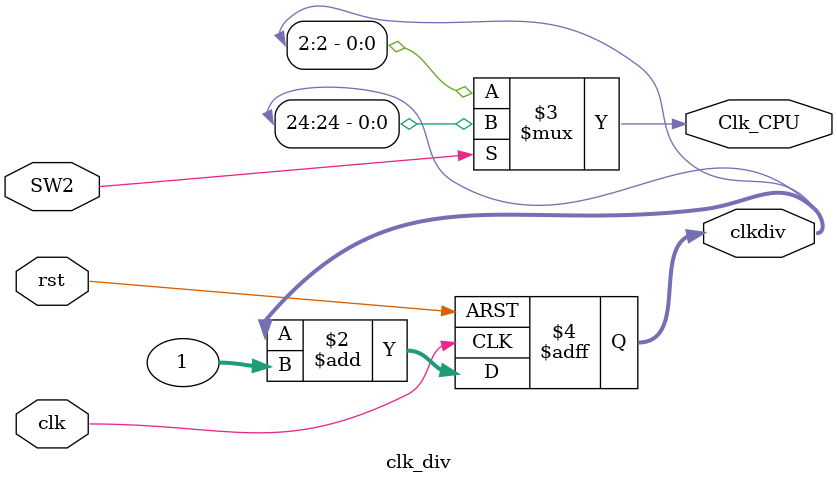
<source format=v>
`timescale 1ns / 1ps
module clk_div(input clk,
					input rst,
					input SW2,
					output reg [31:0] clkdiv,
					output Clk_CPU
    );
	always@(posedge clk or posedge rst)begin
		if(rst)clkdiv<=0;
		else clkdiv<=clkdiv+1;
	end
	assign Clk_CPU=(SW2)?clkdiv[24]:clkdiv[2];
endmodule

</source>
